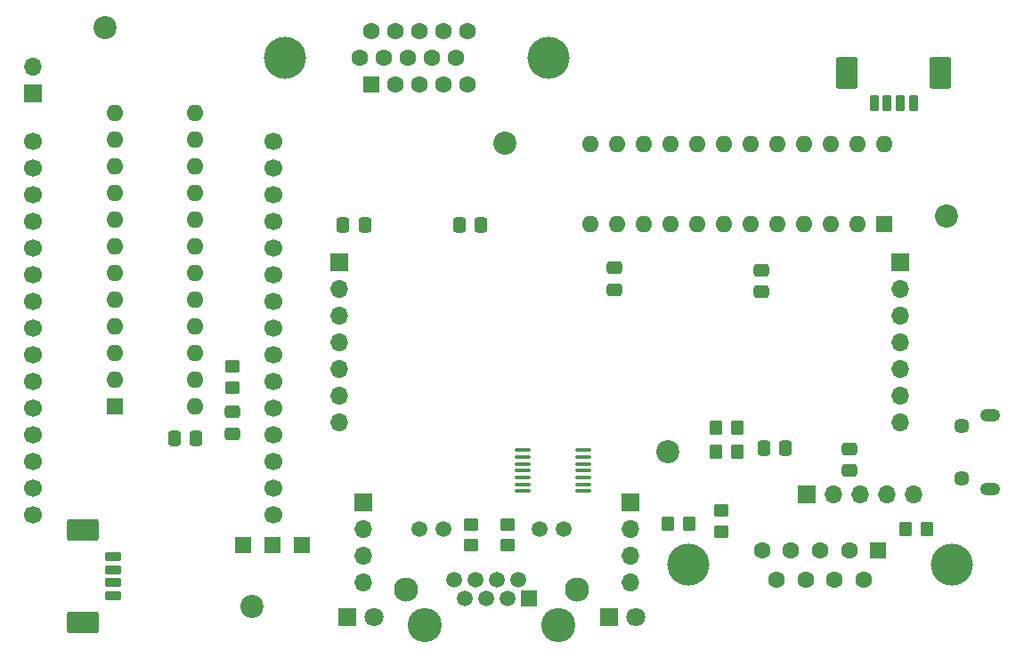
<source format=gbr>
%TF.GenerationSoftware,KiCad,Pcbnew,7.0.10*%
%TF.CreationDate,2024-02-26T12:00:29-08:00*%
%TF.ProjectId,vgaterm-bottom,76676174-6572-46d2-9d62-6f74746f6d2e,rev?*%
%TF.SameCoordinates,Original*%
%TF.FileFunction,Soldermask,Bot*%
%TF.FilePolarity,Negative*%
%FSLAX46Y46*%
G04 Gerber Fmt 4.6, Leading zero omitted, Abs format (unit mm)*
G04 Created by KiCad (PCBNEW 7.0.10) date 2024-02-26 12:00:29*
%MOMM*%
%LPD*%
G01*
G04 APERTURE LIST*
G04 Aperture macros list*
%AMRoundRect*
0 Rectangle with rounded corners*
0 $1 Rounding radius*
0 $2 $3 $4 $5 $6 $7 $8 $9 X,Y pos of 4 corners*
0 Add a 4 corners polygon primitive as box body*
4,1,4,$2,$3,$4,$5,$6,$7,$8,$9,$2,$3,0*
0 Add four circle primitives for the rounded corners*
1,1,$1+$1,$2,$3*
1,1,$1+$1,$4,$5*
1,1,$1+$1,$6,$7*
1,1,$1+$1,$8,$9*
0 Add four rect primitives between the rounded corners*
20,1,$1+$1,$2,$3,$4,$5,0*
20,1,$1+$1,$4,$5,$6,$7,0*
20,1,$1+$1,$6,$7,$8,$9,0*
20,1,$1+$1,$8,$9,$2,$3,0*%
G04 Aperture macros list end*
%ADD10R,1.700000X1.700000*%
%ADD11O,1.700000X1.700000*%
%ADD12C,2.200000*%
%ADD13C,3.250000*%
%ADD14R,1.500000X1.500000*%
%ADD15C,1.500000*%
%ADD16C,2.300000*%
%ADD17C,4.000000*%
%ADD18R,1.600000X1.600000*%
%ADD19C,1.600000*%
%ADD20R,1.800000X1.800000*%
%ADD21C,1.800000*%
%ADD22O,1.900000X1.200000*%
%ADD23C,1.450000*%
%ADD24C,1.700000*%
%ADD25RoundRect,0.250000X-0.350000X-0.450000X0.350000X-0.450000X0.350000X0.450000X-0.350000X0.450000X0*%
%ADD26RoundRect,0.250000X-0.450000X0.350000X-0.450000X-0.350000X0.450000X-0.350000X0.450000X0.350000X0*%
%ADD27RoundRect,0.250000X0.475000X-0.337500X0.475000X0.337500X-0.475000X0.337500X-0.475000X-0.337500X0*%
%ADD28RoundRect,0.250000X0.350000X0.450000X-0.350000X0.450000X-0.350000X-0.450000X0.350000X-0.450000X0*%
%ADD29RoundRect,0.250000X-0.475000X0.337500X-0.475000X-0.337500X0.475000X-0.337500X0.475000X0.337500X0*%
%ADD30RoundRect,0.250000X0.337500X0.475000X-0.337500X0.475000X-0.337500X-0.475000X0.337500X-0.475000X0*%
%ADD31RoundRect,0.250000X-0.337500X-0.475000X0.337500X-0.475000X0.337500X0.475000X-0.337500X0.475000X0*%
%ADD32RoundRect,0.200000X-0.200000X-0.600000X0.200000X-0.600000X0.200000X0.600000X-0.200000X0.600000X0*%
%ADD33RoundRect,0.250001X-0.799999X-1.249999X0.799999X-1.249999X0.799999X1.249999X-0.799999X1.249999X0*%
%ADD34O,1.600000X1.600000*%
%ADD35RoundRect,0.100000X0.637500X0.100000X-0.637500X0.100000X-0.637500X-0.100000X0.637500X-0.100000X0*%
%ADD36RoundRect,0.200000X0.600000X-0.200000X0.600000X0.200000X-0.600000X0.200000X-0.600000X-0.200000X0*%
%ADD37RoundRect,0.250001X1.249999X-0.799999X1.249999X0.799999X-1.249999X0.799999X-1.249999X-0.799999X0*%
G04 APERTURE END LIST*
D10*
%TO.C,J8*%
X157734000Y-125476000D03*
D11*
X160274000Y-125476000D03*
X162814000Y-125476000D03*
X165354000Y-125476000D03*
X167894000Y-125476000D03*
%TD*%
D12*
%TO.C,H4*%
X91000000Y-81000000D03*
%TD*%
D13*
%TO.C,J4*%
X134108000Y-137922000D03*
X121408000Y-137922000D03*
D14*
X131318000Y-135382000D03*
D15*
X130302000Y-133602000D03*
X129286000Y-135382000D03*
X128270000Y-133602000D03*
X127254000Y-135382000D03*
X126238000Y-133602000D03*
X125222000Y-135382000D03*
X124206000Y-133602000D03*
X134618000Y-128782000D03*
X132328000Y-128782000D03*
X123188000Y-128782000D03*
X120898000Y-128782000D03*
D16*
X135888000Y-134492000D03*
X119628000Y-134492000D03*
%TD*%
D12*
%TO.C,H1*%
X129000000Y-92000000D03*
%TD*%
D14*
%TO.C,Clk_{pixel}*%
X109728000Y-130302000D03*
%TD*%
D17*
%TO.C,J3*%
X146504000Y-132184000D03*
X171504000Y-132184000D03*
D18*
X164544000Y-130764000D03*
D19*
X161774000Y-130764000D03*
X159004000Y-130764000D03*
X156234000Y-130764000D03*
X153464000Y-130764000D03*
X163159000Y-133604000D03*
X160389000Y-133604000D03*
X157619000Y-133604000D03*
X154849000Y-133604000D03*
%TD*%
D12*
%TO.C,H3*%
X171000000Y-99000000D03*
%TD*%
D20*
%TO.C,D1*%
X114046000Y-137160000D03*
D21*
X116586000Y-137160000D03*
%TD*%
D10*
%TO.C,J7*%
X166624000Y-103378000D03*
D11*
X166624000Y-105918000D03*
X166624000Y-108458000D03*
X166624000Y-110998000D03*
X166624000Y-113538000D03*
X166624000Y-116078000D03*
X166624000Y-118618000D03*
%TD*%
D20*
%TO.C,D2*%
X138938000Y-137160000D03*
D21*
X141478000Y-137160000D03*
%TD*%
D22*
%TO.C,J6*%
X175166000Y-124952000D03*
D23*
X172466000Y-123952000D03*
X172466000Y-118952000D03*
D22*
X175166000Y-117952000D03*
%TD*%
D24*
%TO.C,U4*%
X84201000Y-91821000D03*
X84201000Y-94361000D03*
X84201000Y-96901000D03*
X84201000Y-99441000D03*
X84201000Y-101981000D03*
X84201000Y-104521000D03*
X84201000Y-107061000D03*
X84201000Y-109601000D03*
X84201000Y-112141000D03*
X84201000Y-114681000D03*
X84201000Y-117221000D03*
X84201000Y-119761000D03*
X84201000Y-122301000D03*
X84201000Y-124841000D03*
X84201000Y-127381000D03*
X107061000Y-127381000D03*
X107061000Y-124841000D03*
X107061000Y-122301000D03*
X107061000Y-119761000D03*
X107061000Y-117221000D03*
X107061000Y-114681000D03*
X107061000Y-112141000D03*
X107061000Y-109601000D03*
X107061000Y-107061000D03*
X107061000Y-104521000D03*
X107061000Y-101981000D03*
X107061000Y-99441000D03*
X107061000Y-96901000D03*
X107061000Y-94361000D03*
X107061000Y-91821000D03*
%TD*%
D14*
%TO.C,Vis*%
X104140000Y-130302000D03*
%TD*%
D12*
%TO.C,H2*%
X105000000Y-136144000D03*
%TD*%
D10*
%TO.C,J1*%
X115570000Y-126238000D03*
D11*
X115570000Y-128778000D03*
X115570000Y-131318000D03*
X115570000Y-133858000D03*
%TD*%
D10*
%TO.C,J12*%
X84201000Y-87249000D03*
D11*
X84201000Y-84709000D03*
%TD*%
D14*
%TO.C,Clk*%
X106934000Y-130302000D03*
%TD*%
D10*
%TO.C,J2*%
X140970000Y-126238000D03*
D11*
X140970000Y-128778000D03*
X140970000Y-131318000D03*
X140970000Y-133858000D03*
%TD*%
D10*
%TO.C,J9*%
X113284000Y-103378000D03*
D11*
X113284000Y-105918000D03*
X113284000Y-108458000D03*
X113284000Y-110998000D03*
X113284000Y-113538000D03*
X113284000Y-116078000D03*
X113284000Y-118618000D03*
%TD*%
D12*
%TO.C,H5*%
X144526000Y-121412000D03*
%TD*%
D17*
%TO.C,J5*%
X133165000Y-83885331D03*
X108165000Y-83885331D03*
D18*
X116350000Y-86445331D03*
D19*
X118640000Y-86445331D03*
X120930000Y-86445331D03*
X123220000Y-86445331D03*
X125510000Y-86445331D03*
X115205000Y-83905331D03*
X117495000Y-83905331D03*
X119785000Y-83905331D03*
X122075000Y-83905331D03*
X124365000Y-83905331D03*
X116350000Y-81365331D03*
X118640000Y-81365331D03*
X120930000Y-81365331D03*
X123220000Y-81365331D03*
X125510000Y-81365331D03*
%TD*%
D25*
%TO.C,R10*%
X167164000Y-128778000D03*
X169164000Y-128778000D03*
%TD*%
D26*
%TO.C,R11*%
X103124000Y-113284000D03*
X103124000Y-115284000D03*
%TD*%
D27*
%TO.C,C8*%
X139446000Y-105961000D03*
X139446000Y-103886000D03*
%TD*%
D26*
%TO.C,R2*%
X125857000Y-128302000D03*
X125857000Y-130302000D03*
%TD*%
D28*
%TO.C,R9*%
X151130000Y-119126000D03*
X149130000Y-119126000D03*
%TD*%
D29*
%TO.C,C12*%
X153416000Y-104118500D03*
X153416000Y-106193500D03*
%TD*%
D26*
%TO.C,R1*%
X129286000Y-128302000D03*
X129286000Y-130302000D03*
%TD*%
D30*
%TO.C,C6*%
X115740000Y-99822000D03*
X113665000Y-99822000D03*
%TD*%
D31*
%TO.C,C5*%
X97620000Y-120142000D03*
X99695000Y-120142000D03*
%TD*%
D32*
%TO.C,J11*%
X164134000Y-88244000D03*
X165384000Y-88244000D03*
X166634000Y-88244000D03*
X167884000Y-88244000D03*
D33*
X161584000Y-85344000D03*
X170434000Y-85344000D03*
%TD*%
D27*
%TO.C,C4*%
X161798000Y-123190000D03*
X161798000Y-121115000D03*
%TD*%
D26*
%TO.C,R7*%
X149606000Y-127000000D03*
X149606000Y-129000000D03*
%TD*%
D29*
%TO.C,C11*%
X103124000Y-117602000D03*
X103124000Y-119677000D03*
%TD*%
D18*
%TO.C,U9*%
X165100000Y-99695000D03*
D34*
X162560000Y-99695000D03*
X160020000Y-99695000D03*
X157480000Y-99695000D03*
X154940000Y-99695000D03*
X152400000Y-99695000D03*
X149860000Y-99695000D03*
X147320000Y-99695000D03*
X144780000Y-99695000D03*
X142240000Y-99695000D03*
X139700000Y-99695000D03*
X137160000Y-99695000D03*
X137160000Y-92075000D03*
X139700000Y-92075000D03*
X142240000Y-92075000D03*
X144780000Y-92075000D03*
X147320000Y-92075000D03*
X149860000Y-92075000D03*
X152400000Y-92075000D03*
X154940000Y-92075000D03*
X157480000Y-92075000D03*
X160020000Y-92075000D03*
X162560000Y-92075000D03*
X165100000Y-92075000D03*
%TD*%
D31*
%TO.C,C3*%
X153648500Y-121031000D03*
X155723500Y-121031000D03*
%TD*%
D25*
%TO.C,R4*%
X144542000Y-128270000D03*
X146542000Y-128270000D03*
%TD*%
D18*
%TO.C,U5*%
X91948000Y-117094000D03*
D34*
X91948000Y-114554000D03*
X91948000Y-112014000D03*
X91948000Y-109474000D03*
X91948000Y-106934000D03*
X91948000Y-104394000D03*
X91948000Y-101854000D03*
X91948000Y-99314000D03*
X91948000Y-96774000D03*
X91948000Y-94234000D03*
X91948000Y-91694000D03*
X91948000Y-89154000D03*
X99568000Y-89154000D03*
X99568000Y-91694000D03*
X99568000Y-94234000D03*
X99568000Y-96774000D03*
X99568000Y-99314000D03*
X99568000Y-101854000D03*
X99568000Y-104394000D03*
X99568000Y-106934000D03*
X99568000Y-109474000D03*
X99568000Y-112014000D03*
X99568000Y-114554000D03*
X99568000Y-117094000D03*
%TD*%
D35*
%TO.C,U3*%
X136466500Y-121240000D03*
X136466500Y-121890000D03*
X136466500Y-122540000D03*
X136466500Y-123190000D03*
X136466500Y-123840000D03*
X136466500Y-124490000D03*
X136466500Y-125140000D03*
X130741500Y-125140000D03*
X130741500Y-124490000D03*
X130741500Y-123840000D03*
X130741500Y-123190000D03*
X130741500Y-122540000D03*
X130741500Y-121890000D03*
X130741500Y-121240000D03*
%TD*%
D36*
%TO.C,J13*%
X91800000Y-135118000D03*
X91800000Y-133868000D03*
X91800000Y-132618000D03*
X91800000Y-131368000D03*
D37*
X88900000Y-137668000D03*
X88900000Y-128818000D03*
%TD*%
D31*
%TO.C,C7*%
X124692500Y-99822000D03*
X126767500Y-99822000D03*
%TD*%
D28*
%TO.C,R8*%
X151130000Y-121412000D03*
X149130000Y-121412000D03*
%TD*%
M02*

</source>
